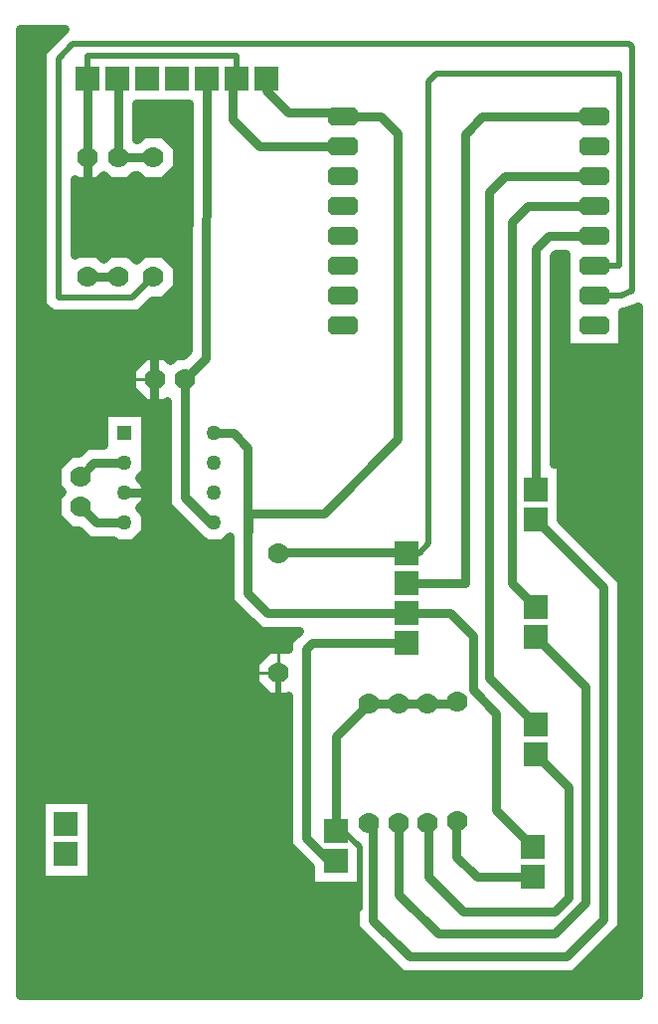
<source format=gbr>
G04 PROTEUS RS274X GERBER FILE*
%FSLAX45Y45*%
%MOMM*%
G01*
%ADD10C,0.508000*%
%ADD11C,0.762000*%
%ADD12C,0.254000*%
%AMDIL003*
4,1,8,
-1.270000,0.457200,-0.965200,0.762000,0.965200,0.762000,1.270000,0.457200,1.270000,-0.457200,
0.965200,-0.762000,-0.965200,-0.762000,-1.270000,-0.457200,-1.270000,0.457200,
0*%
%ADD13DIL003*%
%ADD14R,2.032000X2.032000*%
%ADD15R,1.270000X1.270000*%
%ADD16C,1.270000*%
%ADD17C,1.778000*%
G36*
X-2360989Y+2870109D02*
X-2401906Y+2829192D01*
X-2401906Y+678143D01*
X-2320072Y+596309D01*
X-1580127Y+596309D01*
X-1465635Y+710801D01*
X-1375832Y+710801D01*
X-1256801Y+829832D01*
X-1256801Y+998168D01*
X-1375832Y+1117199D01*
X-1544168Y+1117199D01*
X-1605000Y+1056367D01*
X-1665832Y+1117199D01*
X-1834168Y+1117199D01*
X-1884968Y+1066399D01*
X-1885032Y+1066399D01*
X-1935832Y+1117199D01*
X-2104168Y+1117199D01*
X-2122508Y+1098859D01*
X-2122508Y+1745141D01*
X-2104168Y+1726801D01*
X-1935832Y+1726801D01*
X-1885000Y+1777633D01*
X-1834168Y+1726801D01*
X-1665832Y+1726801D01*
X-1615032Y+1777601D01*
X-1594968Y+1777601D01*
X-1544168Y+1726801D01*
X-1375832Y+1726801D01*
X-1256801Y+1845832D01*
X-1256801Y+2014168D01*
X-1375832Y+2133199D01*
X-1544168Y+2133199D01*
X-1594968Y+2082399D01*
X-1597601Y+2082399D01*
X-1597601Y+2384101D01*
X-1157084Y+2384101D01*
X-1162244Y+283280D01*
X-1202325Y+243199D01*
X-1274168Y+243199D01*
X-1317000Y+200367D01*
X-1359832Y+243199D01*
X-1528168Y+243199D01*
X-1647199Y+124168D01*
X-1647199Y-44168D01*
X-1528168Y-163199D01*
X-1359832Y-163199D01*
X-1342399Y-145766D01*
X-1342399Y-1033125D01*
X-1041125Y-1334399D01*
X-1037047Y-1334399D01*
X-1011647Y-1359799D01*
X-864353Y-1359799D01*
X-802673Y-1298119D01*
X-802673Y-1846374D01*
X-546648Y-2102399D01*
X-420396Y-2102399D01*
X-416396Y-2098399D01*
X-213925Y-2098399D01*
X-302399Y-2186873D01*
X-302399Y-2256234D01*
X-305832Y-2252801D01*
X-474168Y-2252801D01*
X-593199Y-2371832D01*
X-593199Y-2540168D01*
X-474168Y-2659199D01*
X-305832Y-2659199D01*
X-302399Y-2655766D01*
X-302399Y-3924071D01*
X-115899Y-4110571D01*
X-115899Y-4269899D01*
X+261537Y-4269899D01*
X+261537Y-4625705D01*
X+662166Y-5026334D01*
X+2123964Y-5026334D01*
X+2532399Y-4617899D01*
X+2532399Y-1666875D01*
X+2015899Y-1150375D01*
X+2015899Y-680101D01*
X+1952399Y-680101D01*
X+1952399Y+1086875D01*
X+1975125Y+1109601D01*
X+2058701Y+1109601D01*
X+2058701Y+309501D01*
X+2541299Y+309501D01*
X+2541299Y+613299D01*
X+2559464Y+613299D01*
X+2670000Y+662096D01*
X+2670000Y-5200000D01*
X-2590000Y-5200000D01*
X-2590000Y+3020000D01*
X-2211098Y+3020000D01*
X-2360989Y+2870109D01*
G37*
%LPC*%
G36*
X-1522201Y-597799D02*
X-1524755Y-597799D01*
X-1522201Y-600353D01*
X-1522201Y-747647D01*
X-1575554Y-801000D01*
X-1522201Y-854353D01*
X-1522201Y-1001647D01*
X-1575554Y-1055000D01*
X-1522201Y-1108353D01*
X-1522201Y-1255647D01*
X-1626353Y-1359799D01*
X-1773647Y-1359799D01*
X-1799047Y-1334399D01*
X-2005125Y-1334399D01*
X-2092325Y-1247199D01*
X-2164168Y-1247199D01*
X-2283199Y-1128168D01*
X-2283199Y-959832D01*
X-2240367Y-917000D01*
X-2283199Y-874168D01*
X-2283199Y-705832D01*
X-2164168Y-586801D01*
X-2092325Y-586801D01*
X-2027125Y-521601D01*
X-1877799Y-521601D01*
X-1877799Y-242201D01*
X-1522201Y-242201D01*
X-1522201Y-597799D01*
G37*
G36*
X-1984101Y-3961899D02*
X-1984101Y-4215899D01*
X-2415899Y-4215899D01*
X-2415899Y-3530101D01*
X-1984101Y-3530101D01*
X-1984101Y-3961899D01*
G37*
%LPD*%
D10*
X-2020000Y+2600000D02*
X-2020000Y+2794000D01*
X-750000Y+2794000D01*
X-750000Y+2600000D01*
D11*
X-1700000Y-1182000D02*
X-1942000Y-1182000D01*
X-2080000Y-1044000D01*
X-1700000Y-674000D02*
X-1964000Y-674000D01*
X-2080000Y-790000D01*
X-2020000Y+914000D02*
X-1750000Y+914000D01*
X-1750000Y+1930000D02*
X-1750000Y+2584000D01*
X-1766000Y+2600000D01*
X-2020000Y+2600000D02*
X-2020000Y+1930000D01*
X-1750000Y+1930000D02*
X-1519344Y+1930000D01*
X-1506153Y+1916809D01*
X-1460000Y+1930000D01*
X+1800000Y-2896000D02*
X+1400000Y-2496000D01*
X+1400000Y+1630001D01*
X+1539999Y+1770000D01*
X+2300000Y+1770000D01*
X+1800000Y-1896000D02*
X+1600000Y-1696000D01*
X+1600000Y+1380000D01*
X+1736000Y+1516000D01*
X+2300000Y+1516000D01*
X+1800000Y-896000D02*
X+1800000Y+1150000D01*
X+1912000Y+1262000D01*
X+2300000Y+1262000D01*
X+160000Y+2026000D02*
X-556000Y+2026000D01*
X-776666Y+2246666D01*
X-776666Y+2573334D01*
X-750000Y+2600000D01*
X-496000Y+2600000D02*
X-496000Y+2496000D01*
X-309200Y+2309200D01*
X+130800Y+2309200D01*
X+160000Y+2280000D01*
D10*
X-1460000Y+914000D02*
X-1637992Y+736008D01*
X-2262207Y+736008D01*
X-2262207Y+2771327D01*
X-2143534Y+2890000D01*
X+2601685Y+2890000D01*
X+2620000Y+2871685D01*
X+2620000Y+792729D01*
X+2530000Y+752998D01*
X+2301002Y+752998D01*
X+2300000Y+754000D01*
D11*
X+100000Y-3800000D02*
X+100000Y-3000000D01*
X+380000Y-2720000D01*
X+630000Y-2720000D01*
X+880000Y-2720000D01*
X+1114000Y-2720000D01*
X+1130000Y-2704000D01*
X+1266065Y-2145484D02*
X+1266065Y-2604323D01*
X+1462710Y-2800968D01*
X+1462710Y-2882903D01*
X+1462710Y-3622710D01*
X+1780000Y-3940000D01*
X+1780000Y-4194000D02*
X+1298969Y-4194000D01*
X+1126775Y-4021806D01*
X+1126775Y-3723225D01*
X+1130000Y-3720000D01*
X+1800000Y-3150000D02*
X+2077226Y-3427226D01*
X+2077226Y-4374129D01*
X+1962517Y-4488838D01*
X+1626581Y-4488838D01*
X+1184130Y-4488838D01*
X+889162Y-4193870D01*
X+889162Y-3745162D01*
X+880000Y-3736000D01*
X+1800000Y-2150000D02*
X+2224709Y-2574709D01*
X+2224709Y-3423677D01*
X+2224709Y-4415098D01*
X+1962517Y-4677290D01*
X+971098Y-4677290D01*
X+635162Y-4341354D01*
X+635162Y-3718644D01*
X+659742Y-3694064D01*
X+630000Y-3736000D01*
X+1800000Y-1150000D02*
X+2380000Y-1730000D01*
X+2380000Y-3450000D01*
X+2380000Y-4554774D01*
X+2060839Y-4873935D01*
X+725291Y-4873935D01*
X+413936Y-4562580D01*
X+413936Y-3769936D01*
X+380000Y-3736000D01*
D10*
X+100000Y-3800000D02*
X+159810Y-3800000D01*
X+299646Y-3939836D01*
X+299646Y-4464258D01*
X-102257Y-4464258D01*
X-389032Y-4177483D01*
X-389032Y-2497807D01*
X-348064Y-2456839D01*
X-390000Y-2456000D01*
D11*
X-1190000Y+40000D02*
X-1190000Y-959260D01*
X-1001500Y-1147760D01*
X-938000Y-1182000D01*
X-978000Y-1182000D01*
X-1190000Y-970000D01*
X-1190000Y-959260D01*
X-1700000Y-928000D02*
X-1450000Y-928000D01*
X-1450000Y+426877D01*
X-1208829Y+668048D01*
X-1208829Y+1305171D01*
X-1361738Y+1458080D01*
X-2015852Y+1458080D01*
X-2015852Y+1925852D01*
X-2020000Y+1930000D01*
X-1190000Y+40000D02*
X-1010000Y+220000D01*
X-1004000Y+2600000D01*
X-641758Y-1149223D02*
X-640000Y-1100000D01*
X-592535Y-1100000D01*
X-3633Y-1100000D01*
X+626087Y-470280D01*
X+626087Y+2133913D01*
X+480000Y+2280000D01*
X+160000Y+2280000D01*
X-483522Y-1950000D02*
X-650274Y-1783248D01*
X-650274Y-1387726D01*
X-650274Y-539726D01*
X-770000Y-420000D01*
X-938000Y-420000D01*
X-650274Y-1387726D02*
X-641758Y-1149223D01*
X-390000Y-1440000D02*
X-390000Y-1436000D01*
X+698000Y-1436000D01*
X+700000Y-1438000D01*
X+700000Y-1946000D02*
X+1070581Y-1946000D01*
X+1266065Y-2141484D01*
X+1266065Y-2145484D01*
X+700000Y-1946000D02*
X-483522Y-1946000D01*
X-483522Y-1950000D01*
D10*
X+700000Y-1438000D02*
X+808000Y-1438000D01*
X+891242Y-1354758D01*
X+891242Y+2576174D01*
X+955068Y+2640000D01*
X+2510000Y+2640000D01*
X+2510000Y+1010000D01*
X+2508000Y+1008000D01*
X+2300000Y+1008000D01*
D11*
X+100000Y-4054000D02*
X+43054Y-4054000D01*
X-150000Y-3860946D01*
X-150000Y-2250000D01*
X-100000Y-2200000D01*
X+700000Y-2200000D01*
X+2300000Y+2278000D02*
X+1348000Y+2278000D01*
X+1197846Y+2127846D01*
X+1197846Y-898154D01*
X+1200000Y-1696000D01*
X+704000Y-1696000D01*
X+700000Y-1692000D01*
X-2360989Y+2870109D02*
X-2401906Y+2829192D01*
X-2401906Y+678143D01*
X-2320072Y+596309D01*
X-1580127Y+596309D01*
X-1465635Y+710801D01*
X-1375832Y+710801D01*
X-1256801Y+829832D01*
X-1256801Y+998168D01*
X-1375832Y+1117199D01*
X-1544168Y+1117199D01*
X-1605000Y+1056367D01*
X-1665832Y+1117199D01*
X-1834168Y+1117199D01*
X-1884968Y+1066399D01*
X-1885032Y+1066399D01*
X-1935832Y+1117199D01*
X-2104168Y+1117199D01*
X-2122508Y+1098859D01*
X-2122508Y+1745141D01*
X-2104168Y+1726801D01*
X-1935832Y+1726801D01*
X-1885000Y+1777633D01*
X-1834168Y+1726801D01*
X-1665832Y+1726801D01*
X-1615032Y+1777601D01*
X-1594968Y+1777601D01*
X-1544168Y+1726801D01*
X-1375832Y+1726801D01*
X-1256801Y+1845832D01*
X-1256801Y+2014168D01*
X-1375832Y+2133199D01*
X-1544168Y+2133199D01*
X-1594968Y+2082399D01*
X-1597601Y+2082399D01*
X-1597601Y+2384101D01*
X-1157084Y+2384101D01*
X-1162244Y+283280D01*
X-1202325Y+243199D01*
X-1274168Y+243199D01*
X-1317000Y+200367D01*
X-1359832Y+243199D01*
X-1528168Y+243199D01*
X-1647199Y+124168D01*
X-1647199Y-44168D01*
X-1528168Y-163199D01*
X-1359832Y-163199D01*
X-1342399Y-145766D01*
X-1342399Y-1033125D01*
X-1041125Y-1334399D01*
X-1037047Y-1334399D01*
X-1011647Y-1359799D01*
X-864353Y-1359799D01*
X-802673Y-1298119D01*
X-802673Y-1846374D01*
X-546648Y-2102399D01*
X-420396Y-2102399D01*
X-416396Y-2098399D01*
X-213925Y-2098399D01*
X-302399Y-2186873D01*
X-302399Y-2256234D01*
X-305832Y-2252801D01*
X-474168Y-2252801D01*
X-593199Y-2371832D01*
X-593199Y-2540168D01*
X-474168Y-2659199D01*
X-305832Y-2659199D01*
X-302399Y-2655766D01*
X-302399Y-3924071D01*
X-115899Y-4110571D01*
X-115899Y-4269899D01*
X+261537Y-4269899D01*
X+261537Y-4625705D01*
X+662166Y-5026334D01*
X+2123964Y-5026334D01*
X+2532399Y-4617899D01*
X+2532399Y-1666875D01*
X+2015899Y-1150375D01*
X+2015899Y-680101D01*
X+1952399Y-680101D01*
X+1952399Y+1086875D01*
X+1975125Y+1109601D01*
X+2058701Y+1109601D01*
X+2058701Y+309501D01*
X+2541299Y+309501D01*
X+2541299Y+613299D01*
X+2559464Y+613299D01*
X+2670000Y+662096D01*
X+2670000Y-5200000D01*
X-2590000Y-5200000D01*
X-2590000Y+3020000D01*
X-2211098Y+3020000D01*
X-2360989Y+2870109D01*
X-1522201Y-597799D02*
X-1524755Y-597799D01*
X-1522201Y-600353D01*
X-1522201Y-747647D01*
X-1575554Y-801000D01*
X-1522201Y-854353D01*
X-1522201Y-1001647D01*
X-1575554Y-1055000D01*
X-1522201Y-1108353D01*
X-1522201Y-1255647D01*
X-1626353Y-1359799D01*
X-1773647Y-1359799D01*
X-1799047Y-1334399D01*
X-2005125Y-1334399D01*
X-2092325Y-1247199D01*
X-2164168Y-1247199D01*
X-2283199Y-1128168D01*
X-2283199Y-959832D01*
X-2240367Y-917000D01*
X-2283199Y-874168D01*
X-2283199Y-705832D01*
X-2164168Y-586801D01*
X-2092325Y-586801D01*
X-2027125Y-521601D01*
X-1877799Y-521601D01*
X-1877799Y-242201D01*
X-1522201Y-242201D01*
X-1522201Y-597799D01*
X-1984101Y-3961899D02*
X-1984101Y-4215899D01*
X-2415899Y-4215899D01*
X-2415899Y-3530101D01*
X-1984101Y-3530101D01*
X-1984101Y-3961899D01*
D12*
X-1522201Y-928000D02*
X-1700000Y-928000D01*
X-2020000Y+1726801D02*
X-2020000Y+1930000D01*
X-1647199Y+40000D02*
X-1444000Y+40000D01*
X-1444000Y-163199D02*
X-1444000Y+40000D01*
X-1444000Y+243199D02*
X-1444000Y+40000D01*
X-390000Y-2252801D02*
X-390000Y-2456000D01*
X-390000Y-2659199D02*
X-390000Y-2456000D01*
X-593199Y-2456000D02*
X-390000Y-2456000D01*
D13*
X+2300000Y+2278000D03*
X+2300000Y+2024000D03*
X+2300000Y+1770000D03*
X+2300000Y+1516000D03*
X+2300000Y+1262000D03*
X+2300000Y+1008000D03*
X+2300000Y+754000D03*
X+2300000Y+500000D03*
X+160000Y+2280000D03*
X+160000Y+2026000D03*
X+160000Y+1772000D03*
X+160000Y+1518000D03*
X+160000Y+1264000D03*
X+160000Y+1010000D03*
X+160000Y+756000D03*
X+160000Y+502000D03*
D14*
X-2020000Y+2600000D03*
X-1766000Y+2600000D03*
X-1512000Y+2600000D03*
X-1258000Y+2600000D03*
X-1004000Y+2600000D03*
X-750000Y+2600000D03*
X-496000Y+2600000D03*
X+1800000Y-896000D03*
X+1800000Y-1150000D03*
X+1800000Y-1896000D03*
X+1800000Y-2150000D03*
X+1800000Y-2896000D03*
X+1800000Y-3150000D03*
X+1780000Y-3940000D03*
X+1780000Y-4194000D03*
X+700000Y-2200000D03*
X+700000Y-1946000D03*
X+700000Y-1692000D03*
X+700000Y-1438000D03*
D15*
X-1700000Y-420000D03*
D16*
X-1700000Y-674000D03*
X-1700000Y-928000D03*
X-1700000Y-1182000D03*
X-938000Y-1182000D03*
X-938000Y-928000D03*
X-938000Y-674000D03*
X-938000Y-420000D03*
D14*
X+100000Y-4054000D03*
X+100000Y-3800000D03*
X-2200000Y-3746000D03*
X-2200000Y-4000000D03*
D17*
X+880000Y-2720000D03*
X+880000Y-3736000D03*
X+630000Y-2720000D03*
X+630000Y-3736000D03*
X+380000Y-2720000D03*
X+380000Y-3736000D03*
X+1130000Y-2704000D03*
X+1130000Y-3720000D03*
X-1460000Y+1930000D03*
X-1460000Y+914000D03*
X-1750000Y+1930000D03*
X-1750000Y+914000D03*
X-2020000Y+914000D03*
X-2020000Y+1930000D03*
X-2080000Y-790000D03*
X-2080000Y-1044000D03*
X-1444000Y+40000D03*
X-1190000Y+40000D03*
X-390000Y-1440000D03*
X-390000Y-2456000D03*
M02*

</source>
